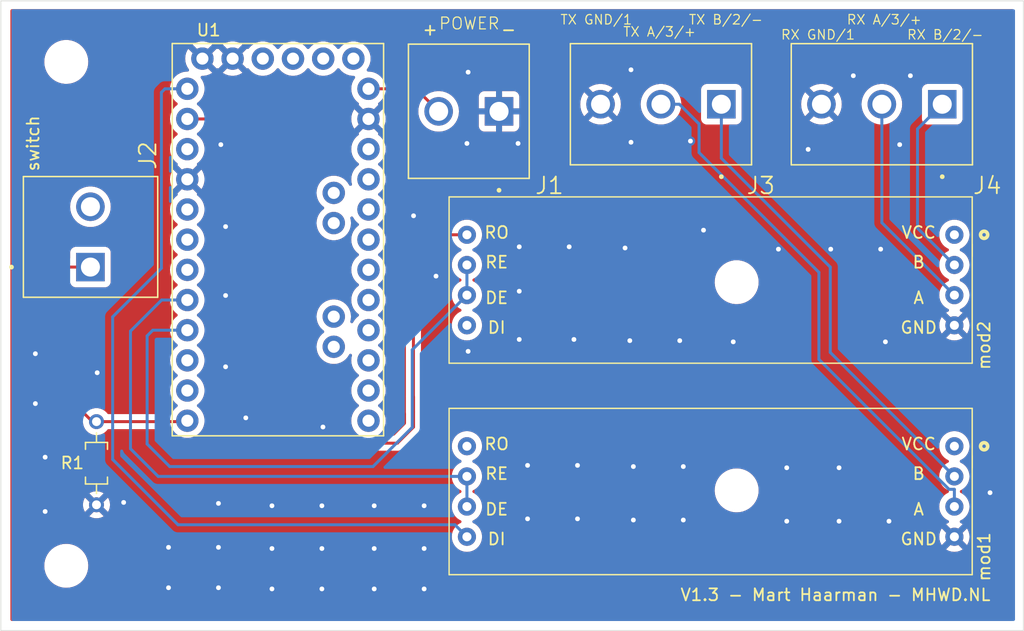
<source format=kicad_pcb>
(kicad_pcb (version 20221018) (generator pcbnew)
  (layers (0 "F.Cu" signal "F.top") (1 "In1.Cu" power "In1.3v3") (2 "In2.Cu" power "In2.GND") (31 "B.Cu" signal "B.bottom") (34 "B.Paste" user) (35 "F.Paste" user) (36 "B.SilkS" user "B.Silkscreen") (37 "F.SilkS" user "F.Silkscreen") (38 "B.Mask" user) (39 "F.Mask" user) (44 "Edge.Cuts" user))
  (net 0 "")
  (net 1 "/VIN")
  (net 2 "GND")
  (net 3 "/switch")
  (net 4 "/5V")
  (net 5 "/RE_DE_RX")
  (net 6 "/RE_DE_TX")
  (net 7 "/D_RX")
  (net 8 "/D_TX")
  (net 9 "/TX-(B)DATA-(2)")
  (net 10 "/TX-(A)DATA+(3)")
  (net 11 "/RX-(B)DATA-(2)")
  (net 12 "/RX-(A)DATA+(3)")
  (footprint "dmx_interceptor:CUI_TB010-508-02BE" (layer "F.Cu") (at 65.532 89.408 90)
    (fp_text reference "J2" (at 9.398 4.826 90) (layer "F.SilkS") (effects (font (size 1.4 1.4))))
    (fp_text value "TB010-508-02BE")
    (fp_line (start -2.54 -5.64) (end 7.62 -5.64) (stroke (width 0.127)) (layer "F.SilkS"))
    (fp_line (start -2.54 5.66) (end -2.54 -5.64) (stroke (width 0.127)) (layer "F.SilkS"))
    (fp_line (start 7.62 -5.64) (end 7.62 5.66) (stroke (width 0.127)) (layer "F.SilkS"))
    (fp_line (start 7.62 5.66) (end -2.54 5.66) (stroke (width 0.127)) (layer "F.SilkS"))
    (fp_circle (center 0 -6.64) (end 0.1 -6.64) (stroke (width 0.2)) (fill none) (layer "F.SilkS"))
    (pad "1" thru_hole rect (at 0 0 90) (size 2.4 2.4) (drill 1.6) (layers "*.Cu" "*.Mask") (net 3 "/switch"))
    (pad "2" thru_hole circle (at 5.08 0 90) (size 2.4 2.4) (drill 1.6) (layers "*.Cu" "*.Mask") (net 4 "/5V"))
  )
  (footprint "dmx_interceptor:CUI_TB010-508-02BE" (layer "F.Cu") (at 99.9 76.3 180)
    (fp_text reference "J1" (at -4.24 -6.25 180) (layer "F.SilkS") (effects (font (size 1.4 1.4))))
    (fp_text value "TB010-508-02BE")
    (fp_line (start -2.54 -5.64) (end 7.62 -5.64) (stroke (width 0.127)) (layer "F.SilkS"))
    (fp_line (start -2.54 5.66) (end -2.54 -5.64) (stroke (width 0.127)) (layer "F.SilkS"))
    (fp_line (start 7.62 -5.64) (end 7.62 5.66) (stroke (width 0.127)) (layer "F.SilkS"))
    (fp_line (start 7.62 5.66) (end -2.54 5.66) (stroke (width 0.127)) (layer "F.SilkS"))
    (fp_circle (center 0 -6.64) (end 0.1 -6.64) (stroke (width 0.2)) (fill none) (layer "F.SilkS"))
    (pad "1" thru_hole rect (at 0 0 180) (size 2.4 2.4) (drill 1.6) (layers "*.Cu" "*.Mask") (net 2 "GND"))
    (pad "2" thru_hole circle (at 5.08 0 180) (size 2.4 2.4) (drill 1.6) (layers "*.Cu" "*.Mask") (net 1 "/VIN"))
  )
  (footprint "dmx_interceptor:CUI_TB004-508-03BE" (layer "F.Cu") (at 118.6 75.7 180)
    (fp_text reference "J3" (at -3.32 -6.85 180) (layer "F.SilkS") (effects (font (size 1.4 1.4))))
    (fp_text value "TB004-508-03BE")
    (fp_line (start -2.54 -5.1) (end 12.7 -5.1) (stroke (width 0.127)) (layer "F.SilkS"))
    (fp_line (start -2.54 5.1) (end -2.54 -5.1) (stroke (width 0.127)) (layer "F.SilkS"))
    (fp_line (start 12.7 -5.1) (end 12.7 5.1) (stroke (width 0.127)) (layer "F.SilkS"))
    (fp_line (start 12.7 5.1) (end -2.54 5.1) (stroke (width 0.127)) (layer "F.SilkS"))
    (fp_circle (center 0 -6.1) (end 0.1 -6.1) (stroke (width 0.2)) (fill none) (layer "F.SilkS"))
    (pad "1" thru_hole rect (at 0 0 180) (size 2.4 2.4) (drill 1.6) (layers "*.Cu" "*.Mask") (net 9 "/TX-(B)DATA-(2)"))
    (pad "2" thru_hole circle (at 5.08 0 180) (size 2.4 2.4) (drill 1.6) (layers "*.Cu" "*.Mask") (net 10 "/TX-(A)DATA+(3)"))
    (pad "3" thru_hole circle (at 10.16 0 180) (size 2.4 2.4) (drill 1.6) (layers "*.Cu" "*.Mask") (net 2 "GND"))
  )
  (footprint "dmx_interceptor:max485_to_rs485" (layer "F.Cu") (at 139.7 83.5 -90)
    (fp_text reference "mod2" (at 12.5 -1 90) (layer "F.SilkS"))
    (fp_text value "max485_to_RS485")
    (fp_text user "RE" (at 5.5 40) (layer "F.SilkS"))
    (fp_text user "DI" (at 11 40) (layer "F.SilkS"))
    (fp_text user "B" (at 5.5 4.5) (layer "F.SilkS"))
    (fp_text user "VCC" (at 3 4.5) (layer "F.SilkS"))
    (fp_text user "A" (at 8.5 4.5) (layer "F.SilkS"))
    (fp_text user "DE" (at 8.5 40) (layer "F.SilkS"))
    (fp_text user "RO" (at 3 40) (layer "F.SilkS"))
    (fp_text user "GND" (at 11 4.5) (layer "F.SilkS"))
    (fp_line (start 0 0) (end 0 44) (stroke (width 0.12)) (layer "F.SilkS"))
    (fp_line (start 0 0) (end 14 0) (stroke (width 0.12)) (layer "F.SilkS"))
    (fp_line (start 0 44) (end 14 44) (stroke (width 0.12)) (layer "F.SilkS"))
    (fp_line (start 5 0) (end 4 0) (stroke (width 0.12)) (layer "F.SilkS"))
    (fp_line (start 14 0) (end 14 44) (stroke (width 0.12)) (layer "F.SilkS"))
    (fp_circle (center 3.19 -1) (end 3.49 -1) (stroke (width 0.3)) (fill none) (layer "F.SilkS"))
    (pad "1" thru_hole circle (at 3.19 1.5 270) (size 1.524 1.524) (drill 0.762) (layers "*.Cu" "*.Mask") (net 4 "/5V"))
    (pad "2" thru_hole circle (at 5.73 1.5 270) (size 1.524 1.524) (drill 0.762) (layers "*.Cu" "*.Mask") (net 11 "/RX-(B)DATA-(2)"))
    (pad "3" thru_hole circle (at 8.27 1.5 270) (size 1.524 1.524) (drill 0.762) (layers "*.Cu" "*.Mask") (net 12 "/RX-(A)DATA+(3)"))
    (pad "4" thru_hole circle (at 10.81 1.5 270) (size 1.524 1.524) (drill 0.762) (layers "*.Cu" "*.Mask") (net 2 "GND"))
    (pad "5" thru_hole circle (at 3.19 42.5 270) (size 1.524 1.524) (drill 0.762) (layers "*.Cu" "*.Mask") (net 7 "/D_RX"))
    (pad "6" thru_hole circle (at 5.73 42.5 270) (size 1.524 1.524) (drill 0.762) (layers "*.Cu" "*.Mask") (net 5 "/RE_DE_RX"))
    (pad "7" thru_hole circle (at 8.27 42.5 270) (size 1.524 1.524) (drill 0.762) (layers "*.Cu" "*.Mask") (net 5 "/RE_DE_RX"))
    (pad "8" thru_hole circle (at 10.81 42.5 270) (size 1.524 1.524) (drill 0.762) (layers "*.Cu" "*.Mask"))
  )
  (footprint "MountingHole:MountingHole_3.2mm_M3" (layer "F.Cu") (at 63.5 114.554)
    (fp_text reference "REF**" hide)
    (fp_text value "MountingHole_3.2mm_M3" hide)
    (pad "" np_thru_hole circle (at 0 0) (size 3.2 3.2) (drill 3.2) (layers "*.Cu" "*.Mask"))
  )
  (footprint "MountingHole:MountingHole_3.2mm_M3" (layer "F.Cu") (at 119.888 108.204)
    (fp_text reference "REF**" hide)
    (fp_text value "MountingHole_3.2mm_M3")
    (pad "" np_thru_hole circle (at 0 0) (size 3.2 3.2) (drill 3.2) (layers "*.Cu" "*.Mask"))
  )
  (footprint "dmx_interceptor:CUI_TB004-508-03BE" (layer "F.Cu") (at 137.18 75.7 180)
    (fp_text reference "J4" (at -3.79 -6.85 180) (layer "F.SilkS") (effects (font (size 1.4 1.4))))
    (fp_text value "TB004-508-03BE")
    (fp_line (start -2.54 -5.1) (end 12.7 -5.1) (stroke (width 0.127)) (layer "F.SilkS"))
    (fp_line (start -2.54 5.1) (end -2.54 -5.1) (stroke (width 0.127)) (layer "F.SilkS"))
    (fp_line (start 12.7 -5.1) (end 12.7 5.1) (stroke (width 0.127)) (layer "F.SilkS"))
    (fp_line (start 12.7 5.1) (end -2.54 5.1) (stroke (width 0.127)) (layer "F.SilkS"))
    (fp_circle (center 0 -6.1) (end 0.1 -6.1) (stroke (width 0.2)) (fill none) (layer "F.SilkS"))
    (pad "1" thru_hole rect (at 0 0 180) (size 2.4 2.4) (drill 1.6) (layers "*.Cu" "*.Mask") (net 11 "/RX-(B)DATA-(2)"))
    (pad "2" thru_hole circle (at 5.08 0 180) (size 2.4 2.4) (drill 1.6) (layers "*.Cu" "*.Mask") (net 12 "/RX-(A)DATA+(3)"))
    (pad "3" thru_hole circle (at 10.16 0 180) (size 2.4 2.4) (drill 1.6) (layers "*.Cu" "*.Mask") (net 2 "GND"))
  )
  (footprint "dmx_interceptor:R_THT" (layer "F.Cu") (at 66.04 105.918 90)
    (fp_text reference "R1" (at 0.01805 -2.032 180) (layer "F.SilkS") (effects (font (size 1.000772 1.000772))))
    (fp_text value "R-generic" hide)
    (fp_line (start -1.75 -0.925) (end -1.75 0) (stroke (width 0.127)) (layer "F.SilkS"))
    (fp_line (start -1.75 0) (end -2.55 0) (stroke (width 0.127)) (layer "F.SilkS"))
    (fp_line (start -1.75 0) (end -1.75 0.925) (stroke (width 0.127)) (layer "F.SilkS"))
    (fp_line (start -1.75 0.925) (end -1.17 0.925) (stroke (width 0.127)) (layer "F.SilkS"))
    (fp_line (start -1.17 -0.925) (end -1.75 -0.925) (stroke (width 0.127)) (layer "F.SilkS"))
    (fp_line (start 1.17 -0.925) (end 1.75 -0.925) (stroke (width 0.127)) (layer "F.SilkS"))
    (fp_line (start 1.17 0.925) (end 1.75 0.925) (stroke (width 0.127)) (layer "F.SilkS"))
    (fp_line (start 1.75 -0.925) (end 1.75 0) (stroke (width 0.127)) (layer "F.SilkS"))
    (fp_line (start 1.75 0) (end 1.75 0.925) (stroke (width 0.127)) (layer "F.SilkS"))
    (fp_line (start 1.75 0) (end 2.55 0) (stroke (width 0.127)) (layer "F.SilkS"))
    (pad "1" thru_hole circle (at -3.5 0 90) (size 1.258 1.258) (drill 0.75) (layers "*.Cu" "*.Mask") (net 2 "GND"))
    (pad "2" thru_hole circle (at 3.5 0 90) (size 1.258 1.258) (drill 0.75) (layers "*.Cu" "*.Mask") (net 3 "/switch"))
  )
  (footprint "dmx_interceptor:max485_to_rs485" (layer "F.Cu") (at 139.7 101.3 -90)
    (fp_text reference "mod1" (at 12.5 -1 90) (layer "F.SilkS"))
    (fp_text value "max485_to_RS485")
    (fp_text user "A" (at 8.5 4.5) (layer "F.SilkS"))
    (fp_text user "RE" (at 5.5 40) (layer "F.SilkS"))
    (fp_text user "VCC" (at 3 4.5) (layer "F.SilkS"))
    (fp_text user "GND" (at 11 4.5) (layer "F.SilkS"))
    (fp_text user "DE" (at 8.5 40) (layer "F.SilkS"))
    (fp_text user "DI" (at 11 40) (layer "F.SilkS"))
    (fp_text user "B" (at 5.5 4.5) (layer "F.SilkS"))
    (fp_text user "RO" (at 3 40) (layer "F.SilkS"))
    (fp_line (start 0 0) (end 0 44) (stroke (width 0.12)) (layer "F.SilkS"))
    (fp_line (start 0 0) (end 14 0) (stroke (width 0.12)) (layer "F.SilkS"))
    (fp_line (start 0 44) (end 14 44) (stroke (width 0.12)) (layer "F.SilkS"))
    (fp_line (start 5 0) (end 4 0) (stroke (width 0.12)) (layer "F.SilkS"))
    (fp_line (start 14 0) (end 14 44) (stroke (width 0.12)) (layer "F.SilkS"))
    (fp_circle (center 3.19 -1) (end 3.49 -1) (stroke (width 0.3)) (fill none) (layer "F.SilkS"))
    (pad "1" thru_hole circle (at 3.19 1.5 270) (size 1.524 1.524) (drill 0.762) (layers "*.Cu" "*.Mask") (net 4 "/5V"))
    (pad "2" thru_hole circle (at 5.73 1.5 270) (size 1.524 1.524) (drill 0.762) (layers "*.Cu" "*.Mask") (net 9 "/TX-(B)DATA-(2)"))
    (pad "3" thru_hole circle (at 8.27 1.5 270) (size 1.524 1.524) (drill 0.762) (layers "*.Cu" "*.Mask") (net 10 "/TX-(A)DATA+(3)"))
    (pad "4" thru_hole circle (at 10.81 1.5 270) (size 1.524 1.524) (drill 0.762) (layers "*.Cu" "*.Mask") (net 2 "GND"))
    (pad "5" thru_hole circle (at 3.19 42.5 270) (size 1.524 1.524) (drill 0.762) (layers "*.Cu" "*.Mask"))
    (pad "6" thru_hole circle (at 5.73 42.5 270) (size 1.524 1.524) (drill 0.762) (layers "*.Cu" "*.Mask") (net 6 "/RE_DE_TX"))
    (pad "7" thru_hole circle (at 8.27 42.5 270) (size 1.524 1.524) (drill 0.762) (layers "*.Cu" "*.Mask") (net 6 "/RE_DE_TX"))
    (pad "8" thru_hole circle (at 10.81 42.5 270) (size 1.524 1.524) (drill 0.762) (layers "*.Cu" "*.Mask") (net 8 "/D_TX"))
  )
  (footprint "MountingHole:MountingHole_3.2mm_M3" (layer "F.Cu") (at 119.888 90.678)
    (fp_text reference "REF**" hide)
    (fp_text value "MountingHole_3.2mm_M3")
    (pad "" np_thru_hole circle (at 0 0) (size 3.2 3.2) (drill 3.2) (layers "*.Cu" "*.Mask"))
  )
  (footprint "MountingHole:MountingHole_3.2mm_M3" (layer "F.Cu") (at 63.5 72.136)
    (fp_text reference "REF**" hide)
    (fp_text value "MountingHole_3.2mm_M3" hide)
    (pad "" np_thru_hole circle (at 0 0) (size 3.2 3.2) (drill 3.2) (layers "*.Cu" "*.Mask"))
  )
  (footprint "dmx_interceptor:MODULE_ARDUINO_PRO_MINI" (layer "F.Cu") (at 81.3 87.1)
    (fp_text reference "U1" (at -5.825 -17.635) (layer "F.SilkS"))
    (fp_text value "ARDUINO_PRO_MINI")
    (fp_line (start -8.89 -16.51) (end -8.89 16.51) (stroke (width 0.127)) (layer "F.SilkS"))
    (fp_line (start -8.89 16.51) (end 8.89 16.51) (stroke (width 0.127)) (layer "F.SilkS"))
    (fp_line (start 8.89 -16.51) (end -8.89 -16.51) (stroke (width 0.127)) (layer "F.SilkS"))
    (fp_line (start 8.89 16.51) (end 8.89 -16.51) (stroke (width 0.127)) (layer "F.SilkS"))
    (pad "JP1_1" thru_hole circle locked (at 6.35 -15.24) (size 1.8796 1.8796) (drill 1.016) (layers "*.Cu" "*.Mask"))
    (pad "JP1_2" thru_hole circle locked (at 3.81 -15.24) (size 1.8796 1.8796) (drill 1.016) (layers "*.Cu" "*.Mask"))
    (pad "JP1_3" thru_hole circle locked (at 1.27 -15.24) (size 1.8796 1.8796) (drill 1.016) (layers "*.Cu" "*.Mask"))
    (pad "JP1_4" thru_hole circle locked (at -1.27 -15.24) (size 1.8796 1.8796) (drill 1.016) (layers "*.Cu" "*.Mask") (net 4 "/5V"))
    (pad "JP1_5" thru_hole circle locked (at -3.81 -15.24) (size 1.8796 1.8796) (drill 1.016) (layers "*.Cu" "*.Mask") (net 2 "GND"))
    (pad "JP1_6" thru_hole circle locked (at -6.35 -15.24) (size 1.8796 1.8796) (drill 1.016) (layers "*.Cu" "*.Mask") (net 2 "GND"))
    (pad "JP2_1" thru_hole circle locked (at 4.699 -1.397) (size 1.8796 1.8796) (drill 1.016) (layers "*.Cu" "*.Mask"))
    (pad "JP2_2" thru_hole circle locked (at 4.699 -3.937) (size 1.8796 1.8796) (drill 1.016) (layers "*.Cu" "*.Mask"))
    (pad "JP3_1" thru_hole circle locked (at 4.699 9.017) (size 1.8796 1.8796) (drill 1.016) (layers "*.Cu" "*.Mask"))
    (pad "JP3_2" thru_hole circle locked (at 4.699 6.477) (size 1.8796 1.8796) (drill 1.016) (layers "*.Cu" "*.Mask"))
    (pad "JP6_1" thru_hole circle locked (at 7.62 -12.7) (size 1.8796 1.8796) (drill 1.016) (layers "*.Cu" "*.Mask") (net 1 "/VIN"))
    (pad "JP6_2" thru_hole circle locked (at 7.62 -10.16) (size 1.8796 1.8796) (drill 1.016) (layers "*.Cu" "*.Mask") (net 2 "GND"))
    (pad "JP6_3" thru_hole circle locked (at 7.62 -7.62) (size 1.8796 1.8796) (drill 1.016) (layers "*.Cu" "*.Mask"))
    (pad "JP6_4" thru_hole circle locked (at 7.62 -5.08) (size 1.8796 1.8796) (drill 1.016) (layers "*.Cu" "*.Mask") (net 4 "/5V"))
    (pad "JP6_5" thru_hole circle locked (at 7.62 -2.54) (size 1.8796 1.8796) (drill 1.016) (layers "*.Cu" "*.Mask"))
    (pad "JP6_6" thru_hole circle locked (at 7.62 0) (size 1.8796 1.8796) (drill 1.016) (layers "*.Cu" "*.Mask"))
    (pad "JP6_7" thru_hole circle locked (at 7.62 2.54) (size 1.8796 1.8796) (drill 1.016) (layers "*.Cu" "*.Mask"))
    (pad "JP6_8" thru_hole circle locked (at 7.62 5.08) (size 1.8796 1.8796) (drill 1.016) (layers "*.Cu" "*.Mask"))
    (pad "JP6_9" thru_hole circle locked (at 7.62 7.62) (size 1.8796 1.8796) (drill 1.016) (layers "*.Cu" "*.Mask"))
    (pad "JP6_10" thru_hole circle locked (at 7.62 10.16) (size 1.8796 1.8796) (drill 1.016) (layers "*.Cu" "*.Mask"))
    (pad "JP6_11" thru_hole circle locked (at 7.62 12.7) (size 1.8796 1.8796) (drill 1.016) (layers "*.Cu" "*.Mask"))
    (pad "JP6_12" thru_hole circle locked (at 7.62 15.24) (size 1.8796 1.8796) (drill 1.016) (layers "*.Cu" "*.Mask"))
    (pad "JP7_1" thru_hole circle locked (at -7.62 15.24) (size 1.8796 1.8796) (drill 1.016) (layers "*.Cu" "*.Mask") (net 3 "/switch"))
    (pad "JP7_2" thru_hole circle locked (at -7.62 12.7) (size 1.8796 1.8796) (drill 1.016) (layers "*.Cu" "*.Mask"))
    (pad "JP7_3" thru_hole circle locked (at -7.62 10.16) (size 1.8796 1.8796) (drill 1.016) (layers "*.Cu" "*.Mask"))
    (pad "JP7_4" thru_hole circle locked (at -7.62 7.62) (size 1.8796 1.8796) (drill 1.016) (layers "*.Cu" "*.Mask") (net 5 "/RE_DE_RX"))
    (pad "JP7_5" thru_hole circle locked (at -7.62 5.08) (size 1.8796 1.8796) (drill 1.016) (layers "*.Cu" "*.Mask") (net 6 "/RE_DE_TX"))
    (pad "JP7_6" thru_hole circle locked (at -7.62 2.54) (size 1.8796 1.8796) (drill 1.016) (layers "*.Cu" "*.Mask"))
    (pad "JP7_7" thru_hole circle locked (at -7.62 0) (size 1.8796 1.8796) (drill 1.016) (layers "*.Cu" "*.Mask"))
    (pad "JP7_8" thru_hole circle locked (at -7.62 -2.54) (size 1.8796 1.8796) (drill 1.016) (layers "*.Cu" "*.Mask"))
    (pad "JP7_9" thru_hole circle locked (at -7.62 -5.08) (size 1.8796 1.8796) (drill 1.016) (layers "*.Cu" "*.Mask") (net 2 "GND"))
    (pad "JP7_10" thru_hole circle locked (at -7.62 -7.62) (size 1.8796 1.8796) (drill 1.016) (layers "*.Cu" "*.Mask"))
    (pad "JP7_11" thru_hole circle locked (at -7.62 -10.16) (size 1.8796 1.8796) (drill 1.016) (layers "*.Cu" "*.Mask") (net 7 "/D_RX"))
    (pad "JP7_12" thru_hole circle locked (at -7.62 -12.7) (size 1.8796 1.8796) (drill 1.016) (layers "*.Cu" "*.Mask") (net 8 "/D_TX"))
  )
  (gr_line (start 58 67) (end 144 67) (stroke (width 0.05)) (layer "Edge.Cuts"))
  (gr_line (start 144 67) (end 144 120) (stroke (width 0.05)) (layer "Edge.Cuts"))
  (gr_line (start 144 120) (end 58 120) (stroke (width 0.05)) (layer "Edge.Cuts"))
  (gr_line (start 58 120) (end 58 67) (stroke (width 0.05)) (layer "Edge.Cuts"))
  (gr_text "RX GND/1" (at 126.73 69.85) (layer "F.SilkS") (effects (font (size 0.8 0.8) (thickness 0.1))))
  (gr_text "TX GND/1" (at 108.08 68.58) (layer "F.SilkS") (effects (font (size 0.8 0.8) (thickness 0.1))))
  (gr_text "TX B/2/-" (at 118.98 68.58) (layer "F.SilkS") (effects (font (size 0.8 0.8) (thickness 0.1))))
  (gr_text "TX A/3/+" (at 113.4 69.6) (layer "F.SilkS") (effects (font (size 0.8 0.8) (thickness 0.1))))
  (gr_text "RX A/3/+" (at 132.3 68.58) (layer "F.SilkS") (effects (font (size 0.8 0.8) (thickness 0.1))))
  (gr_text "POWER" (at 97.4 68.9) (layer "F.SilkS") (effects (font (size 1 1) (thickness 0.1))))
  (gr_text "+" (at 94.1 69.4) (layer "F.SilkS") (effects (font (size 1 1))))
  (gr_text "switch" (at 60.706 78.994 90) (layer "F.SilkS") (effects (font (size 1 1))))
  (gr_text "RX B/2/-" (at 137.43 69.85) (layer "F.SilkS") (effects (font (size 0.8 0.8) (thickness 0.1))))
  (gr_text "-" (at 100.7 69.4) (layer "F.SilkS") (effects (font (size 1 1))))
  (gr_text "V1.3 - Mart Haarman - MHWD.NL" (at 128.2 117) (layer "F.SilkS") (effects (font (size 1 1))))
  (segment (start 92.92 74.4) (end 94.82 76.3) (width 0.25) (layer "F.Cu") (net 1))
  (segment (start 88.92 74.4) (end 92.92 74.4) (width 0.25) (layer "F.Cu") (net 1))
  (via (at 76.3 113) (size 0.8) (drill 0.4) (layers "F.Cu" "B.Cu") (net 2))
  (via (at 72.1 116.4) (size 0.8) (drill 0.4) (layers "F.Cu" "B.Cu") (net 2))
  (via (at 76.3 116.4) (size 0.8) (drill 0.4) (layers "F.Cu" "B.Cu") (net 2))
  (via (at 72.1 113) (size 0.8) (drill 0.4) (layers "F.Cu" "B.Cu") (net 2))
  (via (at 89.4 109.5) (size 0.8) (drill 0.4) (layers "F.Cu" "B.Cu") (net 2))
  (via (at 93.6 109.5) (size 0.8) (drill 0.4) (layers "F.Cu" "B.Cu") (net 2))
  (via (at 85 109.5) (size 0.8) (drill 0.4) (layers "F.Cu" "B.Cu") (net 2))
  (via (at 80.8 109.5) (size 0.8) (drill 0.4) (layers "F.Cu" "B.Cu") (net 2))
  (via (at 66.1 98.3) (size 0.8) (drill 0.4) (layers "F.Cu" "B.Cu") (net 2))
  (via (at 128.5 110.8) (size 0.8) (drill 0.4) (layers "F.Cu" "B.Cu") (net 2))
  (via (at 132.7 110.8) (size 0.8) (drill 0.4) (layers "F.Cu" "B.Cu") (net 2))
  (via (at 111.2 110.7) (size 0.8) (drill 0.4) (layers "F.Cu" "B.Cu") (net 2))
  (via (at 102.3 110.6) (size 0.8) (drill 0.4) (layers "F.Cu" "B.Cu") (net 2))
  (via (at 124.1 110.8) (size 0.8) (drill 0.4) (layers "F.Cu" "B.Cu") (net 2))
  (via (at 106.5 110.6) (size 0.8) (drill 0.4) (layers "F.Cu" "B.Cu") (net 2))
  (via (at 115.4 110.7) (size 0.8) (drill 0.4) (layers "F.Cu" "B.Cu") (net 2))
  (via (at 117.1 86.3) (size 0.8) (drill 0.4) (layers "F.Cu" "B.Cu") (net 2))
  (via (at 101.6 95.5) (size 0.8) (drill 0.4) (layers "F.Cu" "B.Cu") (net 2))
  (via (at 78.6 102.1) (size 0.8) (drill 0.4) (layers "F.Cu" "B.Cu") (net 2))
  (via (at 61.722 109.982) (size 0.8) (drill 0.4) (layers "F.Cu" "B.Cu") (net 2))
  (via (at 132.4 95.7) (size 0.8) (drill 0.4) (layers "F.Cu" "B.Cu") (net 2))
  (via (at 111 78.9) (size 0.8) (drill 0.4) (layers "F.Cu" "B.Cu") (net 2))
  (via (at 60.9 100.9) (size 0.8) (drill 0.4) (layers "F.Cu" "B.Cu") (net 2))
  (via (at 76.5 79.1) (size 0.8) (drill 0.4) (layers "F.Cu" "B.Cu") (net 2))
  (via (at 89.4 113.1) (size 0.8) (drill 0.4) (layers "F.Cu" "B.Cu") (net 2))
  (via (at 102.3 106.1) (size 0.8) (drill 0.4) (layers "F.Cu" "B.Cu") (net 2))
  (via (at 80.8 113.1) (size 0.8) (drill 0.4) (layers "F.Cu" "B.Cu") (net 2))
  (via (at 105.8 87.7) (size 0.8) (drill 0.4) (layers "F.Cu" "B.Cu") (net 2))
  (via (at 133.6 79.1) (size 0.8) (drill 0.4) (layers "F.Cu" "B.Cu") (net 2))
  (via (at 106.5 106.1) (size 0.8) (drill 0.4) (layers "F.Cu" "B.Cu") (net 2))
  (via (at 111 72.8) (size 0.8) (drill 0.4) (layers "F.Cu" "B.Cu") (net 2))
  (via (at 123.4 87.9) (size 0.8) (drill 0.4) (layers "F.Cu" "B.Cu") (net 2))
  (via (at 101.6 91.44) (size 0.8) (drill 0.4) (layers "F.Cu" "B.Cu") (net 2))
  (via (at 76.9 91.8) (size 0.8) (drill 0.4) (layers "F.Cu" "B.Cu") (net 2))
  (via (at 119.6 95.7) (size 0.8) (drill 0.4) (layers "F.Cu" "B.Cu") (net 2))
  (via (at 134.5 73.3) (size 0.8) (drill 0.4) (layers "F.Cu" "B.Cu") (net 2))
  (via (at 106.2 95.5) (size 0.8) (drill 0.4) (layers "F.Cu" "B.Cu") (net 2))
  (via (at 116 78.8) (size 0.8) (drill 0.4) (layers "F.Cu" "B.Cu") (net 2))
  (via (at 97.2 79) (size 0.8) (drill 0.4) (layers "F.Cu" "B.Cu") (net 2))
  (via (at 127.8 87.9) (size 0.8) (drill 0.4) (layers "F.Cu" "B.Cu") (net 2))
  (via (at 115.1 95.6) (size 0.8) (drill 0.4) (layers "F.Cu" "B.Cu") (net 2))
  (via (at 85.09 102.87) (size 0.8) (drill 0.4) (layers "F.Cu" "B.Cu") (net 2))
  (via (at 76.9 86) (size 0.8) (drill 0.4) (layers "F.Cu" "B.Cu") (net 2))
  (via (at 141.2 108.4) (size 0.8) (drill 0.4) (layers "F.Cu" "B.Cu") (net 2))
  (via (at 97.3 96.5) (size 0.8) (drill 0.4) (layers "F.Cu" "B.Cu") (net 2))
  (via (at 76.3 109.3) (size 0.8) (drill 0.4) (layers "F.Cu" "B.Cu") (net 2))
  (via (at 124.1 106.3) (size 0.8) (drill 0.4) (layers "F.Cu" "B.Cu") (net 2))
  (via (at 60.9 96.7) (size 0.8) (drill 0.4) (layers "F.Cu" "B.Cu") (net 2))
  (via (at 80.8 116.5) (size 0.8) (drill 0.4) (layers "F.Cu" "B.Cu") (net 2))
  (via (at 110.5 87.8) (size 0.8) (drill 0.4) (layers "F.Cu" "B.Cu") (net 2))
  (via (at 76.9 97.8) (size 0.8) (drill 0.4) (layers "F.Cu" "B.Cu") (net 2))
  (via (at 85 113.1) (size 0.8) (drill 0.4) (layers "F.Cu" "B.Cu") (net 2))
  (via (at 61.722 105.41) (size 0.8) (drill 0.4) (layers "F.Cu" "B.Cu") (net 2))
  (via (at 111.2 106.2) (size 0.8) (drill 0.4) (layers "F.Cu" "B.Cu") (net 2))
  (via (at 94.6 90.17) (size 0.8) (drill 0.4) (layers "F.Cu" "B.Cu") (net 2))
  (via (at 132 87.9) (size 0.8) (drill 0.4) (layers "F.Cu" "B.Cu") (net 2))
  (via (at 93.6 113.1) (size 0.8) (drill 0.4) (layers "F.Cu" "B.Cu") (net 2))
  (via (at 129.7 73.3) (size 0.8) (drill 0.4) (layers "F.Cu" "B.Cu") (net 2))
  (via (at 93.6 116.5) (size 0.8) (drill 0.4) (layers "F.Cu" "B.Cu") (net 2))
  (via (at 97.3 73) (size 0.8) (drill 0.4) (layers "F.Cu" "B.Cu") (net 2))
  (via (at 85 116.5) (size 0.8) (drill 0.4) (layers "F.Cu" "B.Cu") (net 2))
  (via (at 89.4 116.5) (size 0.8) (drill 0.4) (layers "F.Cu" "B.Cu") (net 2))
  (via (at 128.5 106.3) (size 0.8) (drill 0.4) (layers "F.Cu" "B.Cu") (net 2))
  (via (at 115.4 106.2) (size 0.8) (drill 0.4) (layers "F.Cu" "B.Cu") (net 2))
  (via (at 110.9 95.6) (size 0.8) (drill 0.4) (layers "F.Cu" "B.Cu") (net 2))
  (via (at 92.71 85.09) (size 0.8) (drill 0.4) (layers "F.Cu" "B.Cu") (net 2))
  (via (at 101.5 79) (size 0.8) (drill 0.4) (layers "F.Cu" "B.Cu") (net 2))
  (via (at 101.6 87.7) (size 0.8) (drill 0.4) (layers "F.Cu" "B.Cu") (net 2))
  (via (at 125.9 79.5) (size 0.8) (drill 0.4) (layers "F.Cu" "B.Cu") (net 2))
  (via (at 68.326 109.22) (size 0.8) (drill 0.4) (layers "F.Cu" "B.Cu") (net 2))
  (segment (start 66.04 102.362) (end 66.04 102.418) (width 0.25) (layer "F.Cu") (net 3))
  (segment (start 65.532 89.408) (end 63.754 89.408) (width 0.25) (layer "F.Cu") (net 3))
  (segment (start 62.992 99.714) (end 65.64 102.362) (width 0.25) (layer "F.Cu") (net 3))
  (segment (start 62.992 90.17) (end 62.992 99.714) (width 0.25) (layer "F.Cu") (net 3))
  (segment (start 65.64 102.362) (end 66.04 102.362) (width 0.25) (layer "F.Cu") (net 3))
  (segment (start 63.754 89.408) (end 62.992 90.17) (width 0.25) (layer "F.Cu") (net 3))
  (segment (start 66.04 102.418) (end 73.602 102.418) (width 0.25) (layer "F.Cu") (net 3))
  (segment (start 73.602 102.418) (end 73.68 102.34) (width 0.25) (layer "F.Cu") (net 3))
  (segment (start 73.68 94.72) (end 70.78 94.72) (width 0.25) (layer "B.Cu") (net 5))
  (segment (start 92.6 96.37) (end 97.2 91.77) (width 0.25) (layer "B.Cu") (net 5))
  (segment (start 92.6 102.9) (end 92.6 96.37) (width 0.25) (layer "B.Cu") (net 5))
  (segment (start 70.3 95.2) (end 70.3 104.3) (width 0.25) (layer "B.Cu") (net 5))
  (segment (start 70.78 94.72) (end 70.3 95.2) (width 0.25) (layer "B.Cu") (net 5))
  (segment (start 72.2 106.2) (end 89.3 106.2) (width 0.25) (layer "B.Cu") (net 5))
  (segment (start 97.2 89.23) (end 97.2 91.77) (width 0.25) (layer "B.Cu") (net 5))
  (segment (start 92.6 102.9) (end 89.3 106.2) (width 0.25) (layer "B.Cu") (net 5))
  (segment (start 70.3 104.3) (end 72.2 106.2) (width 0.25) (layer "B.Cu") (net 5))
  (segment (start 71.52 92.18) (end 68.9 94.8) (width 0.25) (layer "B.Cu") (net 6))
  (segment (start 97.2 109.57) (end 97.2 107.03) (width 0.25) (layer "B.Cu") (net 6))
  (segment (start 68.9 94.8) (end 68.9 104.7) (width 0.25) (layer "B.Cu") (net 6))
  (segment (start 71.23 107.03) (end 97.2 107.03) (width 0.25) (layer "B.Cu") (net 6))
  (segment (start 73.68 92.18) (end 71.52 92.18) (width 0.25) (layer "B.Cu") (net 6))
  (segment (start 68.9 104.7) (end 71.23 107.03) (width 0.25) (layer "B.Cu") (net 6))
  (segment (start 83.73 104.23) (end 90.07 104.23) (width 0.25) (layer "F.Cu") (net 7))
  (segment (start 92.7 101.6) (end 92.71 101.6) (width 0.25) (layer "F.Cu") (net 7))
  (segment (start 91.35 104.23) (end 92.71 102.87) (width 0.25) (layer "F.Cu") (net 7))
  (segment (start 92.7 89.7) (end 92.7 100.33) (width 0.25) (layer "F.Cu") (net 7))
  (segment (start 83.73 104.23) (end 78.6 99.1) (width 0.25) (layer "F.Cu") (net 7))
  (segment (start 78.6 99.1) (end 78.6 78.6) (width 0.25) (layer "F.Cu") (net 7))
  (segment (start 92.71 102.87) (end 92.71 100.34) (width 0.25) (layer "F.Cu") (net 7))
  (segment (start 95.71 86.69) (end 92.7 89.7) (width 0.25) (layer "F.Cu") (net 7))
  (segment (start 78.6 78.6) (end 76.94 76.94) (width 0.25) (layer "F.Cu") (net 7))
  (segment (start 92.7 100.33) (end 92.7 101.6) (width 0.25) (layer "F.Cu") (net 7))
  (segment (start 97.2 86.69) (end 95.71 86.69) (width 0.25) (layer "F.Cu") (net 7))
  (segment (start 76.94 76.94) (end 73.68 76.94) (width 0.25) (layer "F.Cu") (net 7))
  (segment (start 92.71 100.34) (end 92.7 100.33) (width 0.25) (layer "F.Cu") (net 7))
  (segment (start 90.07 104.23) (end 91.35 104.23) (width 0.25) (layer "F.Cu") (net 7))
  (segment (start 96.19 111.1) (end 72.9 111.1) (width 0.25) (layer "B.Cu") (net 8))
  (segment (start 67.4 105.6) (end 67.4 93.6) (width 0.25) (layer "B.Cu") (net 8))
  (segment (start 71.5 74.7) (end 71.8 74.4) (width 0.25) (layer "B.Cu") (net 8))
  (segment (start 67.4 93.6) (end 71.5 89.5) (width 0.25) (layer "B.Cu") (net 8))
  (segment (start 71.5 89.5) (end 71.5 74.7) (width 0.25) (layer "B.Cu") (net 8))
  (segment (start 72.9 111.1) (end 67.4 105.6) (width 0.25) (layer "B.Cu") (net 8))
  (segment (start 97.2 112.11) (end 96.19 111.1) (width 0.25) (layer "B.Cu") (net 8))
  (segment (start 71.8 74.4) (end 73.68 74.4) (width 0.25) (layer "B.Cu") (net 8))
  (segment (start 127.762 96.592) (end 138.2 107.03) (width 0.25) (layer "B.Cu") (net 9))
  (segment (start 118.6 80.246) (end 127.762 89.408) (width 0.25) (layer "B.Cu") (net 9))
  (segment (start 127.762 89.408) (end 127.762 96.592) (width 0.25) (layer "B.Cu") (net 9))
  (segment (start 118.6 75.7) (end 118.6 80.246) (width 0.25) (layer "B.Cu") (net 9))
  (segment (start 113.52 75.7) (end 115.07 75.7) (width 0.25) (layer "B.Cu") (net 10))
  (segment (start 126.804 97.171251) (end 137.749749 108.117) (width 0.25) (layer "B.Cu") (net 10))
  (segment (start 116.725 79.769396) (end 126.804 89.848396) (width 0.25) (layer "B.Cu") (net 10))
  (segment (start 115.07 75.7) (end 116.725 77.355) (width 0.25) (layer "B.Cu") (net 10))
  (segment (start 137.749749 108.117) (end 138.2 108.117) (width 0.25) (layer "B.Cu") (net 10))
  (segment (start 138.2 108.117) (end 138.2 109.57) (width 0.25) (layer "B.Cu") (net 10))
  (segment (start 126.804 89.848396) (end 126.804 97.171251) (width 0.25) (layer "B.Cu") (net 10))
  (segment (start 116.725 77.355) (end 116.725 79.769396) (width 0.25) (layer "B.Cu") (net 10))
  (segment (start 138.2 89.23) (end 135.1 86.13) (width 0.25) (layer "B.Cu") (net 11))
  (segment (start 135.1 86.13) (end 135.1 77.78) (width 0.25) (layer "B.Cu") (net 11))
  (segment (start 135.1 77.78) (end 137.18 75.7) (width 0.25) (layer "B.Cu") (net 11))
  (segment (start 132.1 75.7) (end 132.1 85.67) (width 0.25) (layer "B.Cu") (net 12))
  (segment (start 132.1 85.67) (end 138.2 91.77) (width 0.25) (layer "B.Cu") (net 12))
  (zone locked (net 2) (net_name "GND") (layer "F.Cu") (connect_pads (clearance 0.508)) (min_thickness 0.254) (fill yes (thermal_gap 0.508) (thermal_bridge_width 0.508))
    (polygon (pts (xy 143.2 119.2) (xy 58.8 119.2) (xy 58.8 67.7) (xy 143.2 67.7)))
  )
  (zone (net 2) (net_name "GND") (layer "B.Cu") (connect_pads (clearance 0.508)) (min_thickness 0.254) (fill yes (thermal_gap 0.508) (thermal_bridge_width 0.508))
    (polygon (pts (xy 143.3 119.2) (xy 58.9 119.2) (xy 58.9 67.7) (xy 143.3 67.7)))
  )
)
</source>
